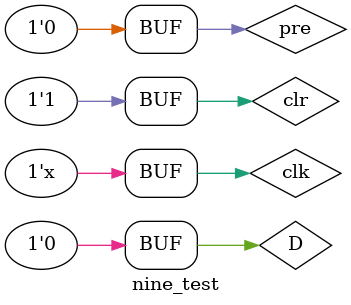
<source format=v>
`timescale 1ns / 1ps


module nine_test;

	// Inputs
	reg pre;
	reg clr;
	reg clk;
	reg D;

	// Outputs
	wire Q;
	wire QN;

	// Instantiate the Unit Under Test (UUT)
	nine uut (
		.pre(pre), 
		.clr(clr), 
		.clk(clk), 
		.D(D), 
		.Q(Q), 
		.QN(QN)
	);
	
	always #20 clk = ~clk;

	initial begin
		// Initialize Inputs
		pre = 0;
		clr = 0;
		clk = 0;
		D = 0;
		
		// Wait 100 ns for global reset to finish
		#100;
		pre = 0;
		clr = 1;
		D = 0;
		#100;
		pre = 1;
		clr = 0;
		D = 0;
		#100;
		pre = 1;
		clr = 1;
		D = 0;
		#100;
		pre = 1;
		clr = 1;
		D = 0;
		#100;
		pre = 1;
		clr = 1;
		D = 1;
      #100;  
		pre = 0;
		clr = 1;
		D = 0;

		// Add stimulus here

	end
      
endmodule


</source>
